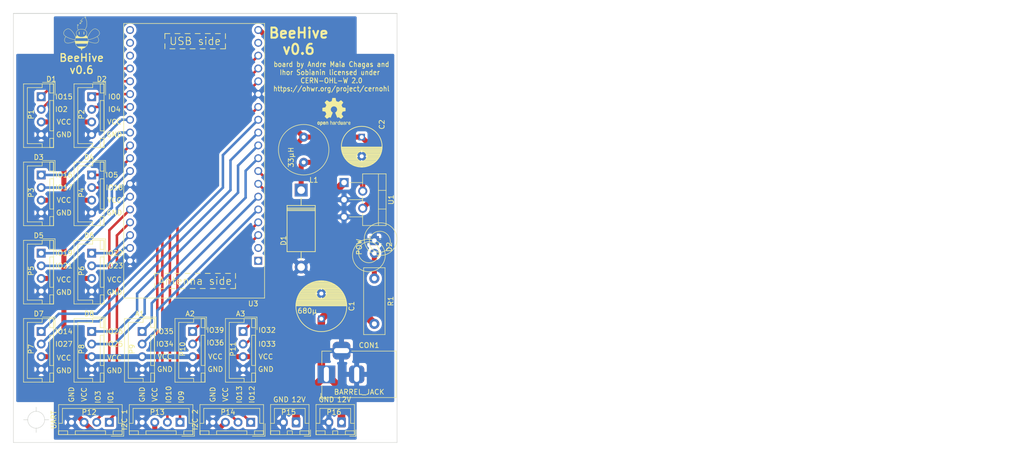
<source format=kicad_pcb>
(kicad_pcb (version 20171130) (host pcbnew "(5.1.4-0-10_14)")
  (layers (0 F.Cu signal) (31 B.Cu signal hide) (34 B.Paste user) (35 F.Paste user) (36 B.SilkS user) (37 F.SilkS user) (38 B.Mask user) (39 F.Mask user) (44 Edge.Cuts user))
  (net 0 "")
  (net 1 "GND")
  (net 2 "Net-(C1-Pad1)")
  (net 3 "Net-(D1-Pad1)")
  (net 4 "Net-(U3-Pad2)")
  (net 5 "Net-(U3-Pad1)")
  (net 6 "D1-4")
  (net 7 "D1-3")
  (net 8 "+5V")
  (net 9 "D2-4")
  (net 10 "D2-3")
  (net 11 "D3-4")
  (net 12 "D3-3")
  (net 13 "D4-4")
  (net 14 "D4-3")
  (net 15 "D5-4")
  (net 16 "D5-3")
  (net 17 "D6-4")
  (net 18 "D6-3")
  (net 19 "D7-4")
  (net 20 "D7-3")
  (net 21 "D8-4")
  (net 22 "D8-3")
  (net 23 "A1-4")
  (net 24 "A1-3")
  (net 25 "A2-4")
  (net 26 "A2-3")
  (net 27 "A3-4")
  (net 28 "A3-3")
  (net 29 "I2C_1-4")
  (net 30 "I2C_1-3")
  (net 31 "I2C_2-4")
  (net 32 "I2C_2-3")
  (net 33 "RX")
  (net 34 "TX")
  (net 35 "Net-(U3-Pad38)")
  (net 36 "Net-(U3-Pad37)")
  (net 37 "Net-(U3-Pad36)")
  (net 38 "Net-(U3-Pad18)")
  (net 39 "Net-(D2-Pad2)")
  (module "Mounting_Holes:MountingHole_3.2mm_M3_DIN965" (layer "F.Cu") (at 139.5 64.5 -90)
    (fp_text reference "" (at 0 -3.8 90) (layer "F.SilkS"))
    (fp_text value "")
    (pad "" np_thru_hole circle (at 0 0 270) (size 3.2 3.2) (drill 3.2) (layers *.Cu *.Mask))
  )
  (module "Connector_JST:JST_XH_B04B-XH-A_04x2.50mm_Straight" (layer "F.Cu") (at 140.5 76.5 -90)
    (fp_text reference "P1" (at 3.5 2 90) (layer "F.SilkS"))
    (fp_text value "D1" (at -3.5 -2 180) (layer "F.SilkS"))
    (pad "1" thru_hole rect (at 0 0 270) (size 1.75 1.75) (drill 1) (layers *.Cu *.Mask) (net 7 "D1-3"))
    (pad "2" thru_hole circle (at 2.5 0 270) (size 1.75 1.75) (drill 1) (layers *.Cu *.Mask) (net 6 "D1-4"))
    (pad "3" thru_hole circle (at 5 0 270) (size 1.75 1.75) (drill 1) (layers *.Cu *.Mask) (net 8 "+5V"))
    (pad "4" thru_hole circle (at 7.5 0 270) (size 1.75 1.75) (drill 1) (layers *.Cu *.Mask) (net 1 "GND"))
  )
  (module "Connector_JST:JST_XH_B04B-XH-A_04x2.50mm_Straight" (layer "F.Cu") (at 150.5 76.5 -90)
    (fp_text reference "P2" (at 3.5 2 90) (layer "F.SilkS"))
    (fp_text value "D2" (at -3.5 -2 180) (layer "F.SilkS"))
    (pad "1" thru_hole rect (at 0 0 270) (size 1.75 1.75) (drill 1) (layers *.Cu *.Mask) (net 10 "D2-3"))
    (pad "2" thru_hole circle (at 2.5 0 270) (size 1.75 1.75) (drill 1) (layers *.Cu *.Mask) (net 9 "D2-4"))
    (pad "3" thru_hole circle (at 5 0 270) (size 1.75 1.75) (drill 1) (layers *.Cu *.Mask) (net 8 "+5V"))
    (pad "4" thru_hole circle (at 7.5 0 270) (size 1.75 1.75) (drill 1) (layers *.Cu *.Mask) (net 1 "GND"))
  )
  (module "Connector_JST:JST_XH_B04B-XH-A_04x2.50mm_Straight" (layer "F.Cu") (at 140.5 92 -90)
    (fp_text reference "P3" (at 3.5 2 90) (layer "F.SilkS"))
    (fp_text value "D3" (at -3.5 0.5 180) (layer "F.SilkS"))
    (pad "1" thru_hole rect (at 0 0 270) (size 1.75 1.75) (drill 1) (layers *.Cu *.Mask) (net 12 "D3-3"))
    (pad "2" thru_hole circle (at 2.5 0 270) (size 1.75 1.75) (drill 1) (layers *.Cu *.Mask) (net 11 "D3-4"))
    (pad "3" thru_hole circle (at 5 0 270) (size 1.75 1.75) (drill 1) (layers *.Cu *.Mask) (net 8 "+5V"))
    (pad "4" thru_hole circle (at 7.5 0 270) (size 1.75 1.75) (drill 1) (layers *.Cu *.Mask) (net 1 "GND"))
  )
  (module "Connector_JST:JST_XH_B04B-XH-A_04x2.50mm_Straight" (layer "F.Cu") (at 150.5 92 -90)
    (fp_text reference "P4" (at 3.5 2 90) (layer "F.SilkS"))
    (fp_text value "D4" (at -3.5 0.5 180) (layer "F.SilkS"))
    (pad "1" thru_hole rect (at 0 0 270) (size 1.75 1.75) (drill 1) (layers *.Cu *.Mask) (net 14 "D4-3"))
    (pad "2" thru_hole circle (at 2.5 0 270) (size 1.75 1.75) (drill 1) (layers *.Cu *.Mask) (net 13 "D4-4"))
    (pad "3" thru_hole circle (at 5 0 270) (size 1.75 1.75) (drill 1) (layers *.Cu *.Mask) (net 8 "+5V"))
    (pad "4" thru_hole circle (at 7.5 0 270) (size 1.75 1.75) (drill 1) (layers *.Cu *.Mask) (net 1 "GND"))
  )
  (module "Connector_JST:JST_XH_B04B-XH-A_04x2.50mm_Straight" (layer "F.Cu") (at 140.5 107.5 -90)
    (fp_text reference "P5" (at 3.5 2 90) (layer "F.SilkS"))
    (fp_text value "D5" (at -3.5 0.5) (layer "F.SilkS"))
    (pad "1" thru_hole rect (at 0 0 270) (size 1.75 1.75) (drill 1) (layers *.Cu *.Mask) (net 16 "D5-3"))
    (pad "2" thru_hole circle (at 2.5 0 270) (size 1.75 1.75) (drill 1) (layers *.Cu *.Mask) (net 15 "D5-4"))
    (pad "3" thru_hole circle (at 5 0 270) (size 1.75 1.75) (drill 1) (layers *.Cu *.Mask) (net 8 "+5V"))
    (pad "4" thru_hole circle (at 7.5 0 270) (size 1.75 1.75) (drill 1) (layers *.Cu *.Mask) (net 1 "GND"))
  )
  (module "Connector_JST:JST_XH_B04B-XH-A_04x2.50mm_Straight" (layer "F.Cu") (at 150.5 107.5 -90)
    (fp_text reference "P6" (at 3.5 2 90) (layer "F.SilkS"))
    (fp_text value "D6" (at -3.5 0.5 180) (layer "F.SilkS"))
    (pad "1" thru_hole rect (at 0 0 270) (size 1.75 1.75) (drill 1) (layers *.Cu *.Mask) (net 18 "D6-3"))
    (pad "2" thru_hole circle (at 2.5 0 270) (size 1.75 1.75) (drill 1) (layers *.Cu *.Mask) (net 17 "D6-4"))
    (pad "3" thru_hole circle (at 5 0 270) (size 1.75 1.75) (drill 1) (layers *.Cu *.Mask) (net 8 "+5V"))
    (pad "4" thru_hole circle (at 7.5 0 270) (size 1.75 1.75) (drill 1) (layers *.Cu *.Mask) (net 1 "GND"))
  )
  (module "Connector_JST:JST_XH_B04B-XH-A_04x2.50mm_Straight" (layer "F.Cu") (at 140.5 123 -90)
    (fp_text reference "P7" (at 3.5 2 90) (layer "F.SilkS"))
    (fp_text value "D7" (at -3.5 0.5 180) (layer "F.SilkS"))
    (pad "1" thru_hole rect (at 0 0 270) (size 1.75 1.75) (drill 1) (layers *.Cu *.Mask) (net 20 "D7-3"))
    (pad "2" thru_hole circle (at 2.5 0 270) (size 1.75 1.75) (drill 1) (layers *.Cu *.Mask) (net 19 "D7-4"))
    (pad "3" thru_hole circle (at 5 0 270) (size 1.75 1.75) (drill 1) (layers *.Cu *.Mask) (net 8 "+5V"))
    (pad "4" thru_hole circle (at 7.5 0 270) (size 1.75 1.75) (drill 1) (layers *.Cu *.Mask) (net 1 "GND"))
  )
  (module "Connector_JST:JST_XH_B04B-XH-A_04x2.50mm_Straight" (layer "F.Cu") (at 150.5 123 -90)
    (fp_text reference "P8" (at 3.5 2 90) (layer "F.SilkS"))
    (fp_text value "D8" (at -3.5 0.5 180) (layer "F.SilkS"))
    (pad "1" thru_hole rect (at 0 0 270) (size 1.75 1.75) (drill 1) (layers *.Cu *.Mask) (net 22 "D8-3"))
    (pad "2" thru_hole circle (at 2.5 0 270) (size 1.75 1.75) (drill 1) (layers *.Cu *.Mask) (net 21 "D8-4"))
    (pad "3" thru_hole circle (at 5 0 270) (size 1.75 1.75) (drill 1) (layers *.Cu *.Mask) (net 8 "+5V"))
    (pad "4" thru_hole circle (at 7.5 0 270) (size 1.75 1.75) (drill 1) (layers *.Cu *.Mask) (net 1 "GND"))
  )
  (module "Connector_JST:JST_XH_B04B-XH-A_04x2.50mm_Straight" (layer "F.Cu") (at 160.5 123 -90)
    (fp_text reference "P9" (at 3.5 2 90) (layer "F.SilkS"))
    (fp_text value "A1" (at -3.5 0.5 180) (layer "F.SilkS"))
    (pad "1" thru_hole rect (at 0 0 270) (size 1.75 1.75) (drill 1) (layers *.Cu *.Mask) (net 24 "A1-3"))
    (pad "2" thru_hole circle (at 2.5 0 270) (size 1.75 1.75) (drill 1) (layers *.Cu *.Mask) (net 23 "A1-4"))
    (pad "3" thru_hole circle (at 5 0 270) (size 1.75 1.75) (drill 1) (layers *.Cu *.Mask) (net 8 "+5V"))
    (pad "4" thru_hole circle (at 7.5 0 270) (size 1.75 1.75) (drill 1) (layers *.Cu *.Mask) (net 1 "GND"))
  )
  (module "Connector_JST:JST_XH_B04B-XH-A_04x2.50mm_Straight" (layer "F.Cu") (at 170.5 123 -90)
    (fp_text reference "P10" (at 3.5 2 90) (layer "F.SilkS"))
    (fp_text value "A2" (at -3.5 0.5 180) (layer "F.SilkS"))
    (pad "1" thru_hole rect (at 0 0 270) (size 1.75 1.75) (drill 1) (layers *.Cu *.Mask) (net 26 "A2-3"))
    (pad "2" thru_hole circle (at 2.5 0 270) (size 1.75 1.75) (drill 1) (layers *.Cu *.Mask) (net 25 "A2-4"))
    (pad "3" thru_hole circle (at 5 0 270) (size 1.75 1.75) (drill 1) (layers *.Cu *.Mask) (net 8 "+5V"))
    (pad "4" thru_hole circle (at 7.5 0 270) (size 1.75 1.75) (drill 1) (layers *.Cu *.Mask) (net 1 "GND"))
  )
  (module "Connector_JST:JST_XH_B04B-XH-A_04x2.50mm_Straight" (layer "F.Cu") (at 180.5 123 -90)
    (fp_text reference "P11" (at 3.5 2 90) (layer "F.SilkS"))
    (fp_text value "A3" (at -3.5 0.5 180) (layer "F.SilkS"))
    (pad "1" thru_hole rect (at 0 0 270) (size 1.75 1.75) (drill 1) (layers *.Cu *.Mask) (net 28 "A3-3"))
    (pad "2" thru_hole circle (at 2.5 0 270) (size 1.75 1.75) (drill 1) (layers *.Cu *.Mask) (net 27 "A3-4"))
    (pad "3" thru_hole circle (at 5 0 270) (size 1.75 1.75) (drill 1) (layers *.Cu *.Mask) (net 8 "+5V"))
    (pad "4" thru_hole circle (at 7.5 0 270) (size 1.75 1.75) (drill 1) (layers *.Cu *.Mask) (net 1 "GND"))
  )
  (module "Connector_JST:JST_XH_B04B-XH-A_04x2.50mm_Straight" (layer "F.Cu") (at 168 141 180)
    (fp_text reference "P13" (at 4.5 2 180) (layer "F.SilkS"))
    (fp_text value "I2C 1" (at 11 0.5 90) (layer "F.SilkS"))
    (pad "1" thru_hole rect (at 0 0 180) (size 1.75 1.75) (drill 1) (layers *.Cu *.Mask) (net 30 "I2C_1-3"))
    (pad "2" thru_hole circle (at 2.5 0 180) (size 1.75 1.75) (drill 1) (layers *.Cu *.Mask) (net 29 "I2C_1-4"))
    (pad "3" thru_hole circle (at 5 0 180) (size 1.75 1.75) (drill 1) (layers *.Cu *.Mask) (net 8 "+5V"))
    (pad "4" thru_hole circle (at 7.5 0 180) (size 1.75 1.75) (drill 1) (layers *.Cu *.Mask) (net 1 "GND"))
  )
  (module "Connector_JST:JST_XH_B04B-XH-A_04x2.50mm_Straight" (layer "F.Cu") (at 182 141 180)
    (fp_text reference "P14" (at 4.5 2 180) (layer "F.SilkS"))
    (fp_text value "I2C 2" (at 11 0.5 90) (layer "F.SilkS"))
    (pad "1" thru_hole rect (at 0 0 180) (size 1.75 1.75) (drill 1) (layers *.Cu *.Mask) (net 32 "I2C_2-3"))
    (pad "2" thru_hole circle (at 2.5 0 180) (size 1.75 1.75) (drill 1) (layers *.Cu *.Mask) (net 31 "I2C_2-4"))
    (pad "3" thru_hole circle (at 5 0 180) (size 1.75 1.75) (drill 1) (layers *.Cu *.Mask) (net 8 "+5V"))
    (pad "4" thru_hole circle (at 7.5 0 180) (size 1.75 1.75) (drill 1) (layers *.Cu *.Mask) (net 1 "GND"))
  )
  (module "Connector_JST:JST_XH_B04B-XH-A_04x2.50mm_Straight" (layer "F.Cu") (at 154 141 180)
    (fp_text reference "P12" (at 4 2 180) (layer "F.SilkS"))
    (fp_text value "UART" (at 11 0.5 90) (layer "F.SilkS"))
    (pad "1" thru_hole rect (at 0 0 180) (size 1.75 1.75) (drill 1) (layers *.Cu *.Mask) (net 34 "TX"))
    (pad "2" thru_hole circle (at 2.5 0 180) (size 1.75 1.75) (drill 1) (layers *.Cu *.Mask) (net 33 "RX"))
    (pad "3" thru_hole circle (at 5 0 180) (size 1.75 1.75) (drill 1) (layers *.Cu *.Mask) (net 8 "+5V"))
    (pad "4" thru_hole circle (at 7.5 0 180) (size 1.75 1.75) (drill 1) (layers *.Cu *.Mask) (net 1 "GND"))
  )
  (module "Connector_BarrelJack:BarrelJack_Horizontal" (layer "F.Cu") (at 197 131.5 180)
    (fp_text reference "CON1" (at -8.45 5.75) (layer "F.SilkS"))
    (fp_text value "BARREL_JACK" (at -6.5 -3.5) (layer "F.SilkS"))
    (pad "1" thru_hole rect (at 0 0 180) (size 3.5 3.5) (drill oval 1 3) (layers *.Cu *.Mask) (net 2 "Net-(C1-Pad1)"))
    (pad "2" thru_hole roundrect (at -6 0 180) (size 3 3.5) (drill oval 1 3) (layers *.Cu *.Mask) (net 1 "GND"))
    (pad "3" thru_hole roundrect (at -3 4.7 180) (size 3.5 3.5) (drill oval 3 1) (layers *.Cu *.Mask) (net 1 "GND"))
  )
  (module "Inductor_THT:Neosid_Inductor_MA-Bs75" (layer "F.Cu") (at 192.5 89.5 90)
    (fp_text reference "L1" (at -3.5 2 180) (layer "F.SilkS"))
    (fp_text value "33µH" (at 1 -2.5 90) (layer "F.SilkS"))
    (pad "1" thru_hole circle (at 0 0 270) (size 1.8 1.8) (drill 0.8001) (layers *.Cu *.Mask) (net 3 "Net-(D1-Pad1)"))
    (pad "2" thru_hole circle (at 5 0 270) (size 1.8 1.8) (drill 0.8001) (layers *.Cu *.Mask) (net 8 "+5V"))
  )
  (module "Capacitor_THT:C_Radial_D10_L21_P5" (layer "F.Cu") (at 196 120.5 90)
    (fp_text reference "C1" (at 2.5 6 270) (layer "F.SilkS"))
    (fp_text value "680µ" (at 1.57 -2.754) (layer "F.SilkS"))
    (pad "1" thru_hole rect (at 0 0 90) (size 1.3 1.3) (drill 0.8) (layers *.Cu *.Mask) (net 2 "Net-(C1-Pad1)"))
    (pad "2" thru_hole circle (at 5 0 90) (size 1.3 1.3) (drill 0.8) (layers *.Cu *.Mask) (net 1 "GND"))
  )
  (module "Capacitor_THT:C_Radial_D8_L13_P3.8" (layer "F.Cu") (at 204 84.5 -90)
    (fp_text reference "C2" (at -2.5 -4 -90) (layer "F.SilkS"))
    (fp_text value "220µ" hide)
    (pad "1" thru_hole rect (at 0 0 270) (size 1.3 1.3) (drill 0.8) (layers *.Cu *.Mask) (net 8 "+5V"))
    (pad "2" thru_hole circle (at 3.8 0 270) (size 1.3 1.3) (drill 0.8) (layers *.Cu *.Mask) (net 1 "GND"))
  )
  (module "Diode_THT:Diode_DO-201AD_Horizontal_RM15" (layer "F.Cu") (at 192 95 -90)
    (fp_text reference "D1" (at 10 3.5 90) (layer "F.SilkS"))
    (fp_text value "Schottky 5A" hide)
    (pad "1" thru_hole rect (at 0.00122 -0.00296 90) (size 2.54 2.54) (drill 1.50114) (layers *.Cu *.Mask) (net 3 "Net-(D1-Pad1)"))
    (pad "2" thru_hole circle (at 15.24122 -0.00296 90) (size 2.54 2.54) (drill 1.50114) (layers *.Cu *.Mask) (net 1 "GND"))
  )
  (module "Symbol:OSHW-Logo2_7.3x6mm_SilkScreen" (layer "F.Cu") (at 198.5 79.5)
    (fp_text reference " " hide)
    (fp_text value " " hide)
  )
  (module "Connector_JST:JST_XH_B2B-XH-A_1x02_P2.50mm_Vertical" (layer "F.Cu") (at 200 141 180)
    (fp_text reference "P15" (at 10.5 2) (layer "F.SilkS"))
    (fp_text value "Conn_01x02")
    (pad "1" thru_hole roundrect (at 0 0 180) (size 1.7 2) (drill 1) (layers *.Cu *.Mask) (roundrect_rratio 0.1470588235) (net 2 "Net-(C1-Pad1)"))
    (pad "2" thru_hole oval (at 2.5 0 180) (size 1.7 2) (drill 1) (layers *.Cu *.Mask) (net 1 "GND"))
  )
  (module "Connector_JST:JST_XH_B2B-XH-A_1x02_P2.50mm_Vertical" (layer "F.Cu") (at 191 141 180)
    (fp_text reference "P16" (at -7.5 2) (layer "F.SilkS"))
    (fp_text value "Conn_01x02")
    (pad "1" thru_hole roundrect (at 0 0 180) (size 1.7 2) (drill 1) (layers *.Cu *.Mask) (roundrect_rratio 0.1470588235) (net 2 "Net-(C1-Pad1)"))
    (pad "2" thru_hole oval (at 2.5 0 180) (size 1.7 2) (drill 1) (layers *.Cu *.Mask) (net 1 "GND"))
  )
  (module "logo-beehive:logo-beehive-7_2х6_7mm" (layer "F.Cu") (at 148.5 64)
    (fp_text reference "G***" hide)
    (fp_text value "LOGO" hide)
  )
  (module "Package_TO_SOT_THT:TO-220-5_P3.4x3.7mm_StaggerOdd_Lead3.8mm_Vertical" (layer "F.Cu") (at 200.5 93.5 -90)
    (fp_text reference "U1" (at 3.4 -9.32 90) (layer "F.SilkS"))
    (fp_text value "LM2596T-5")
    (pad "1" thru_hole rect (at 0 0 270) (size 1.8 1.8) (drill 1.1) (layers *.Cu *.Mask) (net 2 "Net-(C1-Pad1)"))
    (pad "2" thru_hole oval (at 1.7 -3.7 270) (size 1.8 1.8) (drill 1.1) (layers *.Cu *.Mask) (net 3 "Net-(D1-Pad1)"))
    (pad "3" thru_hole oval (at 3.4 0 270) (size 1.8 1.8) (drill 1.1) (layers *.Cu *.Mask) (net 1 "GND"))
    (pad "4" thru_hole oval (at 5.1 -3.7 270) (size 1.8 1.8) (drill 1.1) (layers *.Cu *.Mask) (net 8 "+5V"))
    (pad "5" thru_hole oval (at 6.8 0 270) (size 1.8 1.8) (drill 1.1) (layers *.Cu *.Mask) (net 1 "GND"))
  )
  (module "footprints:MODULE_ESP32-DEVKITC-32D" (layer "F.Cu") (at 183.5 109 180)
    (fp_text reference "U3" (at 1 -8.5) (layer "F.SilkS"))
    (fp_text value "ESP32-DEVKITC-32D")
    (pad "1" thru_hole rect (at 0 0 180) (size 1.56 1.56) (drill 1.04) (layers *.Cu *.Mask) (net 5 "Net-(U3-Pad1)"))
    (pad "2" thru_hole circle (at 0 2.54 180) (size 1.56 1.56) (drill 1.04) (layers *.Cu *.Mask) (net 4 "Net-(U3-Pad2)"))
    (pad "3" thru_hole circle (at 0 5.08 180) (size 1.56 1.56) (drill 1.04) (layers *.Cu *.Mask) (net 25 "A2-4"))
    (pad "4" thru_hole circle (at 0 7.62 180) (size 1.56 1.56) (drill 1.04) (layers *.Cu *.Mask) (net 26 "A2-3"))
    (pad "5" thru_hole circle (at 0 10.16 180) (size 1.56 1.56) (drill 1.04) (layers *.Cu *.Mask) (net 23 "A1-4"))
    (pad "6" thru_hole circle (at 0 12.7 180) (size 1.56 1.56) (drill 1.04) (layers *.Cu *.Mask) (net 24 "A1-3"))
    (pad "7" thru_hole circle (at 0 15.24 180) (size 1.56 1.56) (drill 1.04) (layers *.Cu *.Mask) (net 28 "A3-3"))
    (pad "8" thru_hole circle (at 0 17.78 180) (size 1.56 1.56) (drill 1.04) (layers *.Cu *.Mask) (net 27 "A3-4"))
    (pad "9" thru_hole circle (at 0 20.32 180) (size 1.56 1.56) (drill 1.04) (layers *.Cu *.Mask) (net 21 "D8-4"))
    (pad "10" thru_hole circle (at 0 22.86 180) (size 1.56 1.56) (drill 1.04) (layers *.Cu *.Mask) (net 22 "D8-3"))
    (pad "11" thru_hole circle (at 0 25.4 180) (size 1.56 1.56) (drill 1.04) (layers *.Cu *.Mask) (net 19 "D7-4"))
    (pad "12" thru_hole circle (at 0 27.94 180) (size 1.56 1.56) (drill 1.04) (layers *.Cu *.Mask) (net 20 "D7-3"))
    (pad "13" thru_hole circle (at 0 30.48 180) (size 1.56 1.56) (drill 1.04) (layers *.Cu *.Mask) (net 32 "I2C_2-3"))
    (pad "14" thru_hole circle (at 0 33.02 180) (size 1.56 1.56) (drill 1.04) (layers *.Cu *.Mask) (net 1 "GND"))
    (pad "15" thru_hole circle (at 0 35.56 180) (size 1.56 1.56) (drill 1.04) (layers *.Cu *.Mask) (net 31 "I2C_2-4"))
    (pad "16" thru_hole circle (at 0 38.1 180) (size 1.56 1.56) (drill 1.04) (layers *.Cu *.Mask) (net 30 "I2C_1-3"))
    (pad "17" thru_hole circle (at 0 40.64 180) (size 1.56 1.56) (drill 1.04) (layers *.Cu *.Mask) (net 29 "I2C_1-4"))
    (pad "18" thru_hole circle (at 0 43.18 180) (size 1.56 1.56) (drill 1.04) (layers *.Cu *.Mask) (net 38 "Net-(U3-Pad18)"))
    (pad "19" thru_hole circle (at 0 45.72 180) (size 1.56 1.56) (drill 1.04) (layers *.Cu *.Mask) (net 8 "+5V"))
    (pad "20" thru_hole circle (at 25.4 0 180) (size 1.56 1.56) (drill 1.04) (layers *.Cu *.Mask) (net 1 "GND"))
    (pad "21" thru_hole circle (at 25.4 2.54 180) (size 1.56 1.56) (drill 1.04) (layers *.Cu *.Mask) (net 17 "D6-4"))
    (pad "22" thru_hole circle (at 25.4 5.08 180) (size 1.56 1.56) (drill 1.04) (layers *.Cu *.Mask) (net 18 "D6-3"))
    (pad "23" thru_hole circle (at 25.4 7.62 180) (size 1.56 1.56) (drill 1.04) (layers *.Cu *.Mask) (net 34 "TX"))
    (pad "24" thru_hole circle (at 25.4 10.16 180) (size 1.56 1.56) (drill 1.04) (layers *.Cu *.Mask) (net 33 "RX"))
    (pad "25" thru_hole circle (at 25.4 12.7 180) (size 1.56 1.56) (drill 1.04) (layers *.Cu *.Mask) (net 15 "D5-4"))
    (pad "26" thru_hole circle (at 25.4 15.24 180) (size 1.56 1.56) (drill 1.04) (layers *.Cu *.Mask) (net 1 "GND"))
    (pad "27" thru_hole circle (at 25.4 17.78 180) (size 1.56 1.56) (drill 1.04) (layers *.Cu *.Mask) (net 16 "D5-3"))
    (pad "28" thru_hole circle (at 25.4 20.32 180) (size 1.56 1.56) (drill 1.04) (layers *.Cu *.Mask) (net 13 "D4-4"))
    (pad "29" thru_hole circle (at 25.4 22.86 180) (size 1.56 1.56) (drill 1.04) (layers *.Cu *.Mask) (net 14 "D4-3"))
    (pad "30" thru_hole circle (at 25.4 25.4 180) (size 1.56 1.56) (drill 1.04) (layers *.Cu *.Mask) (net 11 "D3-4"))
    (pad "31" thru_hole circle (at 25.4 27.94 180) (size 1.56 1.56) (drill 1.04) (layers *.Cu *.Mask) (net 12 "D3-3"))
    (pad "32" thru_hole circle (at 25.4 30.48 180) (size 1.56 1.56) (drill 1.04) (layers *.Cu *.Mask) (net 9 "D2-4"))
    (pad "33" thru_hole circle (at 25.4 33.02 180) (size 1.56 1.56) (drill 1.04) (layers *.Cu *.Mask) (net 10 "D2-3"))
    (pad "34" thru_hole circle (at 25.4 35.56 180) (size 1.56 1.56) (drill 1.04) (layers *.Cu *.Mask) (net 6 "D1-4"))
    (pad "35" thru_hole circle (at 25.4 38.1 180) (size 1.56 1.56) (drill 1.04) (layers *.Cu *.Mask) (net 7 "D1-3"))
    (pad "36" thru_hole circle (at 25.4 40.64 180) (size 1.56 1.56) (drill 1.04) (layers *.Cu *.Mask) (net 37 "Net-(U3-Pad36)"))
    (pad "37" thru_hole circle (at 25.4 43.18 180) (size 1.56 1.56) (drill 1.04) (layers *.Cu *.Mask) (net 36 "Net-(U3-Pad37)"))
    (pad "38" thru_hole circle (at 25.4 45.72 180) (size 1.56 1.56) (drill 1.04) (layers *.Cu *.Mask) (net 35 "Net-(U3-Pad38)"))
  )
  (module "LED_THT:LED_D3.0mm" (layer "F.Cu") (at 206.5 105 -90)
    (fp_text reference "D2" (at 1.27 -2.96 90) (layer "F.SilkS"))
    (fp_text value "LED")
    (pad "1" thru_hole rect (at 0 0 270) (size 1.8 1.8) (drill 0.9) (layers *.Cu *.Mask) (net 1 "GND"))
    (pad "2" thru_hole circle (at 2.54 0 270) (size 1.8 1.8) (drill 0.9) (layers *.Cu *.Mask) (net 39 "Net-(D2-Pad2)"))
  )
  (module "Resistor_THT:R_Box_L13.0mm_W4.0mm_P9.00mm" (layer "F.Cu") (at 206.5 112.5 -90)
    (fp_text reference "R1" (at 4.5 -3.25 90) (layer "F.SilkS"))
    (fp_text value "560")
    (pad "1" thru_hole circle (at 0 0 270) (size 2 2) (drill 1) (layers *.Cu *.Mask) (net 39 "Net-(D2-Pad2)"))
    (pad "2" thru_hole circle (at 9 0 270) (size 2 2) (drill 1) (layers *.Cu *.Mask) (net 2 "Net-(C1-Pad1)"))
  )
  (module "Mounting_Holes:MountingHole_3.2mm_M3_DIN965" (layer "F.Cu") (at 139.5 140.5)
    (fp_text reference "" (at 0 -3.8) (layer "F.SilkS"))
    (fp_text value "")
    (pad "" np_thru_hole circle (at 0 0) (size 3.2 3.2) (drill 3.2) (layers *.Cu *.Mask))
  )
  (module "Mounting_Holes:MountingHole_3.2mm_M3_DIN965" (layer "F.Cu") (at 206.5 140.5 180)
    (fp_text reference "" (at 0 -3.8) (layer "F.SilkS"))
    (fp_text value "")
    (pad "" np_thru_hole circle (at 0 0 180) (size 3.2 3.2) (drill 3.2) (layers *.Cu *.Mask))
  )
  (module "Mounting_Holes:MountingHole_3.2mm_M3_DIN965" (layer "F.Cu") (at 206.5 64.5 180)
    (fp_text reference "" (at 0 -3.8) (layer "F.SilkS"))
    (fp_text value "")
    (pad "" np_thru_hole circle (at 0 0 180) (size 3.2 3.2) (drill 3.2) (layers *.Cu *.Mask))
  )
  (module "" (layer "F.Cu") (at 145.5 79)
    (fp_text reference "" (at 189.5 65.5) (layer "F.SilkS") (effects (font (size 1.27 1.27))))
    (fp_text value "" (at 189.5 65.5) (layer "F.SilkS") (effects (font (size 1.27 1.27))))
  )
  (gr_line (start 166 111.5) (end 165 111.5) (layer "F.SilkS") (width 0.15))
  (gr_line (start 164 111.5) (end 163 111.5) (layer "F.SilkS") (width 0.15))
  (gr_line (start 168 111.5) (end 167 111.5) (layer "F.SilkS") (width 0.15))
  (gr_line (start 163 111.5) (end 163 112.5) (layer "F.SilkS") (width 0.15))
  (gr_line (start 163 113.5) (end 163 114.5) (layer "F.SilkS") (width 0.15))
  (gr_line (start 167 114.5) (end 166 114.5) (layer "F.SilkS") (width 0.15))
  (gr_line (start 165 114.5) (end 164 114.5) (layer "F.SilkS") (width 0.15))
  (gr_line (start 179 114.5) (end 178 114.5) (layer "F.SilkS") (width 0.15))
  (gr_line (start 177 114.5) (end 176 114.5) (layer "F.SilkS") (width 0.15))
  (gr_line (start 175 114.5) (end 174 114.5) (layer "F.SilkS") (width 0.15))
  (gr_line (start 173 114.5) (end 172 114.5) (layer "F.SilkS") (width 0.15))
  (gr_line (start 171 114.5) (end 170 114.5) (layer "F.SilkS") (width 0.15))
  (gr_line (start 169 114.5) (end 168 114.5) (layer "F.SilkS") (width 0.15))
  (gr_line (start 166 64) (end 165 64) (layer "F.SilkS") (width 0.15))
  (gr_line (start 165 64) (end 165 65) (layer "F.SilkS") (width 0.15))
  (gr_line (start 165 66) (end 165 67) (layer "F.SilkS") (width 0.15))
  (gr_line (start 167 67) (end 166 67) (layer "F.SilkS") (width 0.15))
  (gr_line (start 177 67) (end 176 67) (layer "F.SilkS") (width 0.15))
  (gr_line (start 175 67) (end 174 67) (layer "F.SilkS") (width 0.15))
  (gr_line (start 173 67) (end 172 67) (layer "F.SilkS") (width 0.15))
  (gr_line (start 171 67) (end 170 67) (layer "F.SilkS") (width 0.15))
  (gr_line (start 169 67) (end 168 67) (layer "F.SilkS") (width 0.15))
  (gr_line (start 177 64) (end 177 65) (layer "F.SilkS") (width 0.15))
  (gr_line (start 177 66) (end 177 67) (layer "F.SilkS") (width 0.15))
  (gr_line (start 176 64) (end 175 64) (layer "F.SilkS") (width 0.15))
  (gr_line (start 174 64) (end 173 64) (layer "F.SilkS") (width 0.15))
  (gr_line (start 172 64) (end 171 64) (layer "F.SilkS") (width 0.15))
  (gr_line (start 170 64) (end 169 64) (layer "F.SilkS") (width 0.15))
  (gr_line (start 168 64) (end 167 64) (layer "F.SilkS") (width 0.15))
  (gr_line (start 172 111.5) (end 171 111.5) (layer "F.SilkS") (width 0.15))
  (gr_line (start 179 111.5) (end 179 112.5) (layer "F.SilkS") (width 0.15))
  (gr_line (start 170 111.5) (end 169 111.5) (layer "F.SilkS") (width 0.15))
  (gr_line (start 178 111.5) (end 177 111.5) (layer "F.SilkS") (width 0.15))
  (gr_line (start 174 111.5) (end 173 111.5) (layer "F.SilkS") (width 0.15))
  (gr_line (start 179 113.5) (end 179 114.5) (layer "F.SilkS") (width 0.15))
  (gr_line (start 176 111.5) (end 175 111.5) (layer "F.SilkS") (width 0.15))
  (gr_line (start 211 145) (end 211 60) (layer "Edge.Cuts") (width 0.1))
  (gr_line (start 135 60) (end 135 145) (layer "Edge.Cuts") (width 0.1))
  (gr_line (start 211 145) (end 135 145) (layer "Edge.Cuts") (width 0.1))
  (gr_line (start 135 60) (end 211 60) (layer "Edge.Cuts") (width 0.15))
  (gr_text "VCC" (at 145 81.5) (layer "F.SilkS") (effects (font (size 1 1))))
  (gr_text "IO15" (at 145 76.5) (layer "F.SilkS") (effects (font (size 1 1))))
  (gr_text "IO2" (at 144.5 79) (layer "F.SilkS") (effects (font (size 1 1))))
  (gr_text "VCC" (at 155 81.5) (layer "F.SilkS") (effects (font (size 1 1))))
  (gr_text "GND" (at 155 84) (layer "F.SilkS") (effects (font (size 1 1))))
  (gr_text "IO4" (at 155 79) (layer "F.SilkS") (effects (font (size 1 1))))
  (gr_text "IO0" (at 155 76.5) (layer "F.SilkS") (effects (font (size 1 1))))
  (gr_text "IO23" (at 155 110) (layer "F.SilkS") (effects (font (size 1 1))))
  (gr_text "IO22" (at 155 107.5) (layer "F.SilkS") (effects (font (size 1 1))))
  (gr_text "IO21" (at 145 110) (layer "F.SilkS") (effects (font (size 1 1))))
  (gr_text "IO19" (at 145 107.5) (layer "F.SilkS") (effects (font (size 1 1))))
  (gr_text "IO25" (at 155 125.5) (layer "F.SilkS") (effects (font (size 1 1))))
  (gr_text "IO26" (at 155 123) (layer "F.SilkS") (effects (font (size 1 1))))
  (gr_text "IO27" (at 145 125.5) (layer "F.SilkS") (effects (font (size 1 1))))
  (gr_text "IO14" (at 145 123) (layer "F.SilkS") (effects (font (size 1 1))))
  (gr_text "IO34" (at 165 125.5) (layer "F.SilkS") (effects (font (size 1 1))))
  (gr_text "IO35" (at 165 123) (layer "F.SilkS") (effects (font (size 1 1))))
  (gr_text "GND" (at 165 130.5) (layer "F.SilkS") (effects (font (size 1 1))))
  (gr_text "VCC" (at 165 128) (layer "F.SilkS") (effects (font (size 1 1))))
  (gr_text "IO33" (at 185.25 125.5) (layer "F.SilkS") (effects (font (size 1 1))))
  (gr_text "IO32" (at 185.25 122.75) (layer "F.SilkS") (effects (font (size 1 1))))
  (gr_text "VCC" (at 185 128) (layer "F.SilkS") (effects (font (size 1 1))))
  (gr_text "GND" (at 160.5 135.5 90) (layer "F.SilkS") (effects (font (size 1 1))))
  (gr_text "VCC" (at 163 135.5 90) (layer "F.SilkS") (effects (font (size 1 1))))
  (gr_text "IO10" (at 165.75 135.5 90) (layer "F.SilkS") (effects (font (size 1 1))))
  (gr_text "IO9" (at 168.25 136 90) (layer "F.SilkS") (effects (font (size 1 1))))
  (gr_text "GND" (at 188 136.5) (layer "F.SilkS") (effects (font (size 1 1))))
  (gr_text "IO3" (at 151.75 136 90) (layer "F.SilkS") (effects (font (size 1 1))))
  (gr_text "12V" (at 191.5 136.5) (layer "F.SilkS") (effects (font (size 1 1))))
  (gr_text "IO1" (at 154.25 136 90) (layer "F.SilkS") (effects (font (size 1 1))))
  (gr_text "VCC" (at 145 128.25) (layer "F.SilkS") (effects (font (size 1 1))))
  (gr_text "GND" (at 155 130.75) (layer "F.SilkS") (effects (font (size 1 1))))
  (gr_text "VCC" (at 155 128.25) (layer "F.SilkS") (effects (font (size 1 1))))
  (gr_text "GND" (at 145 130.75) (layer "F.SilkS") (effects (font (size 1 1))))
  (gr_text "VCC" (at 149 135.5 90) (layer "F.SilkS") (effects (font (size 1 1))))
  (gr_text "GND" (at 146.5 135.5 90) (layer "F.SilkS") (effects (font (size 1 1))))
  (gr_text "USB side" (at 171 65.5) (layer "F.SilkS") (effects (font (size 1.5 1.5))))
  (gr_text "GND" (at 197 136.5) (layer "F.SilkS") (effects (font (size 1 1))))
  (gr_text "12V" (at 200.5 136.5) (layer "F.SilkS") (effects (font (size 1 1))))
  (gr_text "BeeHive\nv0.6" (at 148.5 70) (layer "F.SilkS") (effects (font (size 1.5 1.5) (thickness 0.25))))
  (gr_text "board by Andre Maia Chagas and\nIhor Sobianin licensed under \nCERN-OHL-W 2.0\nhttps://ohwr.org/project/cernohl" (at 198 72.5) (layer "F.SilkS") (effects (font (size 1 0.9))))
  (gr_text "GND" (at 185 130.5) (layer "F.SilkS") (effects (font (size 1 1))))
  (gr_text "POW" (at 203.5 106.25 90) (layer "F.SilkS") (effects (font (size 1 1))))
  (gr_text "GND" (at 174.5 135.5 90) (layer "F.SilkS") (effects (font (size 1 1))))
  (gr_text "IO12" (at 182.25 135.5 90) (layer "F.SilkS") (effects (font (size 1 1))))
  (gr_text "BeeHive\nv0.6" (at 191.5 65.5) (layer "F.SilkS") (effects (font (size 2 2) (thickness 0.4))))
  (gr_text "IO18" (at 155 94.5) (layer "F.SilkS") (effects (font (size 1 1))))
  (gr_text "GND" (at 145 115.25) (layer "F.SilkS") (effects (font (size 1 1))))
  (gr_text "VCC" (at 177 135.5 90) (layer "F.SilkS") (effects (font (size 1 1))))
  (gr_text "GND" (at 145 84) (layer "F.SilkS") (effects (font (size 1 1))))
  (gr_text "Antenna side" (at 171 113) (layer "F.SilkS") (effects (font (size 1.5 1.5))))
  (gr_text "VCC" (at 145 97) (layer "F.SilkS") (effects (font (size 1 1))))
  (gr_text "GND" (at 175 130.5) (layer "F.SilkS") (effects (font (size 1 1))))
  (gr_text "GND" (at 155 99.5) (layer "F.SilkS") (effects (font (size 1 1))))
  (gr_text "GND" (at 145 99.5) (layer "F.SilkS") (effects (font (size 1 1))))
  (gr_text "VCC" (at 145 112.75) (layer "F.SilkS") (effects (font (size 1 1))))
  (gr_text "IO17" (at 145 94.5) (layer "F.SilkS") (effects (font (size 1 1))))
  (gr_text "IO16" (at 145 92) (layer "F.SilkS") (effects (font (size 1 1))))
  (gr_text "IO36" (at 175 125.25) (layer "F.SilkS") (effects (font (size 1 1))))
  (gr_text "GND" (at 155 115.25) (layer "F.SilkS") (effects (font (size 1 1))))
  (gr_text "VCC" (at 155 112.75) (layer "F.SilkS") (effects (font (size 1 1))))
  (gr_text "IO5" (at 154.5 92) (layer "F.SilkS") (effects (font (size 1 1))))
  (gr_text "VCC" (at 155 97) (layer "F.SilkS") (effects (font (size 1 1))))
  (gr_text "IO39" (at 175 122.75) (layer "F.SilkS") (effects (font (size 1 1))))
  (gr_text "VCC" (at 175 128) (layer "F.SilkS") (effects (font (size 1 1))))
  (gr_text "IO13" (at 179.75 135.5 90) (layer "F.SilkS") (effects (font (size 1 1))))
  (target plus (at 139.5 140.5) (size 5) (width 0.1) (layer "Edge.Cuts"))
  (segment (start 198 96) (end 200.5 93.5) (width 1.5) (layer "F.Cu") (net 2))
  (segment (start 198 117.25) (end 199.25 118.5) (width 1.5) (layer "F.Cu") (net 2))
  (segment (start 203.5 118.5) (end 206.5 121.5) (width 1.5) (layer "F.Cu") (net 2))
  (segment (start 199.25 118.5) (end 203.5 118.5) (width 1.5) (layer "F.Cu") (net 2))
  (segment (start 196 130.5) (end 196 120.5) (width 1.5) (layer "F.Cu") (net 2))
  (segment (start 198 118.5) (end 198 117) (width 1.5) (layer "F.Cu") (net 2))
  (segment (start 198 117) (end 198 96) (width 1.5) (layer "F.Cu") (net 2))
  (segment (start 196 120.5) (end 198 118.5) (width 1.5) (layer "F.Cu") (net 2))
  (segment (start 197 131.5) (end 200 134.5) (width 1.5) (layer "F.Cu") (net 2))
  (segment (start 200 134.5) (end 200 141) (width 1.5) (layer "F.Cu") (net 2))
  (segment (start 197 131.5) (end 191 137.5) (width 1.5) (layer "F.Cu") (net 2))
  (segment (start 197 131.5) (end 196 130.5) (width 1.5) (layer "F.Cu") (net 2))
  (segment (start 198 118.5) (end 199.25 118.5) (width 1.5) (layer "F.Cu") (net 2))
  (segment (start 198 117) (end 198 117.25) (width 1.5) (layer "F.Cu") (net 2))
  (segment (start 191 137.5) (end 191 141) (width 1.5) (layer "F.Cu") (net 2))
  (segment (start 204.2 93.927208) (end 199.772792 89.5) (width 1) (layer "F.Cu") (net 3))
  (segment (start 192.00296 95.00122) (end 192 94.99826) (width 1) (layer "F.Cu") (net 3))
  (segment (start 204.2 95.2) (end 204.2 93.927208) (width 1) (layer "F.Cu") (net 3))
  (segment (start 192 94.99826) (end 192 90) (width 1) (layer "F.Cu") (net 3))
  (segment (start 192 90) (end 192.5 89.5) (width 1) (layer "F.Cu") (net 3))
  (segment (start 195.75 89.5) (end 192.5 89.5) (width 1) (layer "F.Cu") (net 3))
  (segment (start 199.772792 89.5) (end 195.75 89.5) (width 1) (layer "F.Cu") (net 3))
  (segment (start 146.06 73.44) (end 140.5 79) (width 0.5) (layer "F.Cu") (net 6))
  (segment (start 150.56 73.44) (end 146.06 73.44) (width 0.5) (layer "F.Cu") (net 6))
  (segment (start 150.56 73.44) (end 158.1 73.44) (width 0.5) (layer "F.Cu") (net 6))
  (segment (start 158.1 70.9) (end 146.1 70.9) (width 0.5) (layer "F.Cu") (net 7))
  (segment (start 146.1 70.9) (end 140.5 76.5) (width 0.5) (layer "F.Cu") (net 7))
  (segment (start 146 128) (end 145 129) (width 1) (layer "F.Cu") (net 8))
  (segment (start 145 82.5) (end 144 81.5) (width 1) (layer "F.Cu") (net 8))
  (segment (start 146 81.5) (end 145 82.5) (width 1) (layer "F.Cu") (net 8))
  (segment (start 146 97) (end 145 96) (width 1) (layer "F.Cu") (net 8))
  (segment (start 144 97) (end 145 96) (width 1) (layer "F.Cu") (net 8))
  (segment (start 144.5 81.5) (end 145 81.5) (width 1) (layer "F.Cu") (net 8))
  (segment (start 163 143) (end 163.5 143) (width 1) (layer "F.Cu") (net 8))
  (segment (start 140.5 81.5) (end 144.5 81.5) (width 1) (layer "F.Cu") (net 8))
  (segment (start 162 143.5) (end 163 142.5) (width 1) (layer "F.Cu") (net 8))
  (segment (start 146 128) (end 145 127) (width 1) (layer "F.Cu") (net 8))
  (segment (start 148 128) (end 150.5 128) (width 1) (layer "F.Cu") (net 8))
  (segment (start 144 128) (end 145 127) (width 1) (layer "F.Cu") (net 8))
  (segment (start 145.5 112.5) (end 150.5 112.5) (width 1) (layer "F.Cu") (net 8))
  (segment (start 146 112.5) (end 145 111.5) (width 1) (layer "F.Cu") (net 8))
  (segment (start 192.5 84.5) (end 190.75 82.75) (width 1) (layer "F.Cu") (net 8))
  (segment (start 163 142.5) (end 163 143) (width 1) (layer "F.Cu") (net 8))
  (segment (start 190.75 70.25) (end 183.78 63.28) (width 1) (layer "F.Cu") (net 8))
  (segment (start 145 128) (end 144.5 128) (width 1) (layer "F.Cu") (net 8))
  (segment (start 204 84.5) (end 192.5 84.5) (width 1) (layer "F.Cu") (net 8))
  (segment (start 145 113.5) (end 144 112.5) (width 1) (layer "F.Cu") (net 8))
  (segment (start 140.5 112.5) (end 144.5 112.5) (width 1) (layer "F.Cu") (net 8))
  (segment (start 183.78 63.28) (end 183.5 63.28) (width 1) (layer "F.Cu") (net 8))
  (segment (start 144.5 128) (end 140.5 128) (width 1) (layer "F.Cu") (net 8))
  (segment (start 151.5 143.5) (end 164 143.5) (width 1) (layer "F.Cu") (net 8))
  (segment (start 145 81.5) (end 145 82) (width 1) (layer "F.Cu") (net 8))
  (segment (start 182 128) (end 188.5 121.5) (width 1) (layer "F.Cu") (net 8))
  (segment (start 145.5 81.5) (end 150.5 81.5) (width 1) (layer "F.Cu") (net 8))
  (segment (start 147.5 139.5) (end 149 141) (width 1) (layer "F.Cu") (net 8))
  (segment (start 145.5 128) (end 147 128) (width 1) (layer "F.Cu") (net 8))
  (segment (start 140.5 97) (end 144.5 97) (width 1) (layer "F.Cu") (net 8))
  (segment (start 145 129) (end 144 128) (width 1) (layer "F.Cu") (net 8))
  (segment (start 144.5 112.5) (end 145.5 112.5) (width 1) (layer "F.Cu") (net 8))
  (segment (start 145 82) (end 145 96.5) (width 1) (layer "F.Cu") (net 8))
  (segment (start 145 81.5) (end 145.5 81.5) (width 1) (layer "F.Cu") (net 8))
  (segment (start 145 98) (end 144 97) (width 1) (layer "F.Cu") (net 8))
  (segment (start 149 141) (end 151.5 143.5) (width 1) (layer "F.Cu") (net 8))
  (segment (start 145 127.5) (end 145 128) (width 1) (layer "F.Cu") (net 8))
  (segment (start 163 142.5) (end 164 143.5) (width 1) (layer "F.Cu") (net 8))
  (segment (start 145 128) (end 145.5 128) (width 1) (layer "F.Cu") (net 8))
  (segment (start 145 113) (end 145 127.5) (width 1) (layer "F.Cu") (net 8))
  (segment (start 164 143.5) (end 174.5 143.5) (width 1) (layer "F.Cu") (net 8))
  (segment (start 147.311 128) (end 148 128) (width 1) (layer "F.Cu") (net 8))
  (segment (start 188.5 121.5) (end 188.5 88.5) (width 1) (layer "F.Cu") (net 8))
  (segment (start 146 97) (end 145 98) (width 1) (layer "F.Cu") (net 8))
  (segment (start 180.5 128) (end 182 128) (width 1) (layer "F.Cu") (net 8))
  (segment (start 188.5 88.5) (end 192.5 84.5) (width 1) (layer "F.Cu") (net 8))
  (segment (start 180.5 128) (end 170.5 128) (width 1) (layer "F.Cu") (net 8))
  (segment (start 144.5 97) (end 145.5 97) (width 1) (layer "F.Cu") (net 8))
  (segment (start 145.5 97) (end 150.5 97) (width 1) (layer "F.Cu") (net 8))
  (segment (start 145 96.5) (end 145 97.5) (width 1) (layer "F.Cu") (net 8))
  (segment (start 145 128) (end 145 137) (width 1) (layer "F.Cu") (net 8))
  (segment (start 145 112) (end 145 113) (width 1) (layer "F.Cu") (net 8))
  (segment (start 144 112.5) (end 145 111.5) (width 1) (layer "F.Cu") (net 8))
  (segment (start 146 112.5) (end 145 113.5) (width 1) (layer "F.Cu") (net 8))
  (segment (start 206.25 86.75) (end 204 84.5) (width 1) (layer "F.Cu") (net 8))
  (segment (start 163.5 143) (end 164 143.5) (width 1) (layer "F.Cu") (net 8))
  (segment (start 206.25 96.55) (end 206.25 86.75) (width 1) (layer "F.Cu") (net 8))
  (segment (start 190.75 82.75) (end 190.75 70.25) (width 1) (layer "F.Cu") (net 8))
  (segment (start 145 97.5) (end 145 112) (width 1) (layer "F.Cu") (net 8))
  (segment (start 147 128) (end 147.311 128) (width 1) (layer "F.Cu") (net 8))
  (segment (start 204.2 98.6) (end 206.25 96.55) (width 1) (layer "F.Cu") (net 8))
  (segment (start 174.5 143.5) (end 177 141) (width 1) (layer "F.Cu") (net 8))
  (segment (start 163 141) (end 163 142.5) (width 1) (layer "F.Cu") (net 8))
  (segment (start 145 137) (end 147.5 139.5) (width 1) (layer "F.Cu") (net 8))
  (segment (start 150.5 128) (end 170.5 128) (width 1) (layer "B.Cu") (net 8))
  (segment (start 150.98 78.52) (end 150.5 79) (width 0.5) (layer "F.Cu") (net 9))
  (segment (start 158.1 78.52) (end 150.98 78.52) (width 0.5) (layer "F.Cu") (net 9))
  (segment (start 151.02 75.98) (end 150.5 76.5) (width 0.5) (layer "F.Cu") (net 10))
  (segment (start 158.1 75.98) (end 151.02 75.98) (width 0.5) (layer "F.Cu") (net 10))
  (segment (start 145.5 94) (end 155.9 83.6) (width 0.5) (layer "B.Cu") (net 11))
  (segment (start 145 94.5) (end 145.5 94) (width 0.5) (layer "B.Cu") (net 11))
  (segment (start 155.9 83.6) (end 158.1 83.6) (width 0.5) (layer "B.Cu") (net 11))
  (segment (start 140.5 94.5) (end 145 94.5) (width 0.5) (layer "B.Cu") (net 11))
  (segment (start 156.44 81.06) (end 145.5 92) (width 0.5) (layer "B.Cu") (net 12))
  (segment (start 156.44 81.06) (end 158.1 81.06) (width 0.5) (layer "B.Cu") (net 12))
  (segment (start 145.5 92) (end 140.5 92) (width 0.5) (layer "B.Cu") (net 12))
  (segment (start 150.5 94.5) (end 152.28 94.5) (width 0.5) (layer "F.Cu") (net 13))
  (segment (start 153.5 93.28) (end 157.320001 89.459999) (width 0.5) (layer "F.Cu") (net 13))
  (segment (start 157.320001 89.459999) (end 158.1 88.68) (width 0.5) (layer "F.Cu") (net 13))
  (segment (start 152.28 94.5) (end 153.5 93.28) (width 0.5) (layer "F.Cu") (net 13))
  (segment (start 157.320001 86.919999) (end 158.1 86.14) (width 0.5) (layer "F.Cu") (net 14))
  (segment (start 152.87 91.37) (end 157.320001 86.919999) (width 0.5) (layer "F.Cu") (net 14))
  (segment (start 150.5 92) (end 152.24 92) (width 0.5) (layer "F.Cu") (net 14))
  (segment (start 152.24 92) (end 152.87 91.37) (width 0.5) (layer "F.Cu") (net 14))
  (segment (start 140.5 110) (end 144.97 110) (width 0.5) (layer "B.Cu") (net 15))
  (segment (start 155.5 99.469999) (end 155.5 98.5) (width 0.5) (layer "B.Cu") (net 15))
  (segment (start 145.485 109.485) (end 155.5 99.469999) (width 0.5) (layer "B.Cu") (net 15))
  (segment (start 157.7 96.3) (end 158.1 96.3) (width 0.5) (layer "B.Cu") (net 15))
  (segment (start 155.5 98.5) (end 157.7 96.3) (width 0.5) (layer "B.Cu") (net 15))
  (segment (start 144.97 110) (end 145.485 109.485) (width 0.5) (layer "B.Cu") (net 15))
  (segment (start 157.320001 91.999999) (end 158.1 91.22) (width 0.5) (layer "B.Cu") (net 16))
  (segment (start 140.5 107.5) (end 145.5 107.5) (width 0.5) (layer "B.Cu") (net 16))
  (segment (start 154.5 98.5) (end 154.5 94.82) (width 0.5) (layer "B.Cu") (net 16))
  (segment (start 145.5 107.5) (end 154.5 98.5) (width 0.5) (layer "B.Cu") (net 16))
  (segment (start 154.5 94.82) (end 157.320001 91.999999) (width 0.5) (layer "B.Cu") (net 16))
  (segment (start 156.996914 106.46) (end 158.1 106.46) (width 0.5) (layer "B.Cu") (net 17))
  (segment (start 153.456914 110) (end 156.169988 107.286926) (width 0.5) (layer "B.Cu") (net 17))
  (segment (start 150.5 110) (end 153.456914 110) (width 0.5) (layer "B.Cu") (net 17))
  (segment (start 156.169988 107.286926) (end 156.996914 106.46) (width 0.5) (layer "B.Cu") (net 17))
  (segment (start 155.01 107.01) (end 157.320001 104.699999) (width 0.5) (layer "B.Cu") (net 18))
  (segment (start 154.52 107.5) (end 155.01 107.01) (width 0.5) (layer "B.Cu") (net 18))
  (segment (start 157.320001 104.699999) (end 158.1 103.92) (width 0.5) (layer "B.Cu") (net 18))
  (segment (start 150.5 107.5) (end 154.52 107.5) (width 0.5) (layer "B.Cu") (net 18))
  (segment (start 152 121) (end 178 95) (width 0.5) (layer "B.Cu") (net 19))
  (segment (start 149.5 121) (end 145 121) (width 0.5) (layer "B.Cu") (net 19))
  (segment (start 145 121) (end 140.5 125.5) (width 0.5) (layer "B.Cu") (net 19))
  (segment (start 178 89.1) (end 182.720001 84.379999) (width 0.5) (layer "B.Cu") (net 19))
  (segment (start 178 95) (end 178 89.1) (width 0.5) (layer "B.Cu") (net 19))
  (segment (start 182.720001 84.379999) (end 183.5 83.6) (width 0.5) (layer "B.Cu") (net 19))
  (segment (start 149.5 121) (end 152 121) (width 0.5) (layer "B.Cu") (net 19))
  (segment (start 151.5 119.5) (end 144 119.5) (width 0.5) (layer "B.Cu") (net 20))
  (segment (start 183.5 81.06) (end 176.5 88.06) (width 0.5) (layer "B.Cu") (net 20))
  (segment (start 176.5 94.5) (end 151.5 119.5) (width 0.5) (layer "B.Cu") (net 20))
  (segment (start 176.5 88.06) (end 176.5 94.5) (width 0.5) (layer "B.Cu") (net 20))
  (segment (start 144 119.5) (end 140.5 123) (width 0.5) (layer "B.Cu") (net 20))
  (segment (start 155.5 125) (end 161 119.5) (width 0.5) (layer "B.Cu") (net 21))
  (segment (start 181 96.5) (end 181 91.18) (width 0.5) (layer "B.Cu") (net 21))
  (segment (start 161 119.5) (end 161 116.5) (width 0.5) (layer "B.Cu") (net 21))
  (segment (start 161 116.5) (end 181 96.5) (width 0.5) (layer "B.Cu") (net 21))
  (segment (start 150.5 125.5) (end 155 125.5) (width 0.5) (layer "B.Cu") (net 21))
  (segment (start 181 91.18) (end 183.5 88.68) (width 0.5) (layer "B.Cu") (net 21))
  (segment (start 155 125.5) (end 155.5 125) (width 0.5) (layer "B.Cu") (net 21))
  (segment (start 179.5 95.5) (end 159.5 115.5) (width 0.5) (layer "B.Cu") (net 22))
  (segment (start 159.5 119) (end 155.5 123) (width 0.5) (layer "B.Cu") (net 22))
  (segment (start 159.5 115.5) (end 159.5 119) (width 0.5) (layer "B.Cu") (net 22))
  (segment (start 179.5 90.14) (end 179.5 95.5) (width 0.5) (layer "B.Cu") (net 22))
  (segment (start 155.5 123) (end 150.5 123) (width 0.5) (layer "B.Cu") (net 22))
  (segment (start 183.5 86.14) (end 179.5 90.14) (width 0.5) (layer "B.Cu") (net 22))
  (segment (start 163.5 118.84) (end 182.720001 99.619999) (width 0.5) (layer "B.Cu") (net 23))
  (segment (start 182.720001 99.619999) (end 183.5 98.84) (width 0.5) (layer "B.Cu") (net 23))
  (segment (start 163.5 122.5) (end 163.5 118.84) (width 0.5) (layer "B.Cu") (net 23))
  (segment (start 160.5 125.5) (end 163.5 122.5) (width 0.5) (layer "B.Cu") (net 23))
  (segment (start 162.399967 121.100033) (end 162.399967 117.400033) (width 0.5) (layer "B.Cu") (net 24))
  (segment (start 162.399967 117.400033) (end 183.5 96.3) (width 0.5) (layer "B.Cu") (net 24))
  (segment (start 160.5 123) (end 162.399967 121.100033) (width 0.5) (layer "B.Cu") (net 24))
  (segment (start 176 111.42) (end 183.5 103.92) (width 0.5) (layer "F.Cu") (net 25))
  (segment (start 170.5 125.5) (end 174 122) (width 0.5) (layer "F.Cu") (net 25))
  (segment (start 174 122) (end 174 113.42) (width 0.5) (layer "F.Cu") (net 25))
  (segment (start 174 113.42) (end 176 111.42) (width 0.5) (layer "F.Cu") (net 25))
  (segment (start 172.5 121) (end 170.5 123) (width 0.5) (layer "F.Cu") (net 26))
  (segment (start 172.5 112.38) (end 172.5 121) (width 0.5) (layer "F.Cu") (net 26))
  (segment (start 183.5 101.38) (end 172.5 112.38) (width 0.5) (layer "F.Cu") (net 26))
  (segment (start 181 125.5) (end 180.5 125.5) (width 0.5) (layer "F.Cu") (net 27))
  (segment (start 183.5 91.22) (end 186.5 94.22) (width 0.5) (layer "F.Cu") (net 27))
  (segment (start 186.5 120) (end 181 125.5) (width 0.5) (layer "F.Cu") (net 27))
  (segment (start 186.5 94.22) (end 186.5 120) (width 0.5) (layer "F.Cu") (net 27))
  (segment (start 185.5 118) (end 180.5 123) (width 0.5) (layer "F.Cu") (net 28))
  (segment (start 185.5 95.76) (end 185.5 118) (width 0.5) (layer "F.Cu") (net 28))
  (segment (start 183.5 93.76) (end 185.5 95.76) (width 0.5) (layer "F.Cu") (net 28))
  (segment (start 163.5 88.36) (end 163.5 134.5) (width 0.5) (layer "F.Cu") (net 29))
  (segment (start 165.5 136.5) (end 165.5 141) (width 0.5) (layer "F.Cu") (net 29))
  (segment (start 183.5 68.36) (end 163.5 88.36) (width 0.5) (layer "F.Cu") (net 29))
  (segment (start 163.5 134.5) (end 165.5 136.5) (width 0.5) (layer "F.Cu") (net 29))
  (segment (start 164.5 89.9) (end 164.5 133.5) (width 0.5) (layer "F.Cu") (net 30))
  (segment (start 164.5 133.5) (end 168 137) (width 0.5) (layer "F.Cu") (net 30))
  (segment (start 168 137) (end 168 141) (width 0.5) (layer "F.Cu") (net 30))
  (segment (start 183.5 70.9) (end 164.5 89.9) (width 0.5) (layer "F.Cu") (net 30))
  (segment (start 172 138.5) (end 177 138.5) (width 0.5) (layer "F.Cu") (net 31))
  (segment (start 166 90.94) (end 166 132.5) (width 0.5) (layer "F.Cu") (net 31))
  (segment (start 166 132.5) (end 172 138.5) (width 0.5) (layer "F.Cu") (net 31))
  (segment (start 177.5 139) (end 179.5 141) (width 0.5) (layer "F.Cu") (net 31))
  (segment (start 183.5 73.44) (end 166 90.94) (width 0.5) (layer "F.Cu") (net 31))
  (segment (start 177 138.5) (end 177.5 139) (width 0.5) (layer "F.Cu") (net 31))
  (segment (start 178.5 137.5) (end 182 141) (width 0.5) (layer "F.Cu") (net 32))
  (segment (start 183.5 78.52) (end 167.5 94.52) (width 0.5) (layer "F.Cu") (net 32))
  (segment (start 167.5 131.5) (end 173.5 137.5) (width 0.5) (layer "F.Cu") (net 32))
  (segment (start 167.5 94.52) (end 167.5 131.5) (width 0.5) (layer "F.Cu") (net 32))
  (segment (start 173.5 137.5) (end 178.5 137.5) (width 0.5) (layer "F.Cu") (net 32))
  (segment (start 151.5 140.5) (end 151.5 141) (width 0.5) (layer "F.Cu") (net 33))
  (segment (start 154 102.94) (end 154 138) (width 0.5) (layer "F.Cu") (net 33))
  (segment (start 158.1 98.84) (end 154 102.94) (width 0.5) (layer "F.Cu") (net 33))
  (segment (start 154 138) (end 151.5 140.5) (width 0.5) (layer "F.Cu") (net 33))
  (segment (start 154 140.5) (end 154 141) (width 0.5) (layer "F.Cu") (net 34))
  (segment (start 158.1 101.38) (end 155.5 103.98) (width 0.5) (layer "F.Cu") (net 34))
  (segment (start 155.5 139) (end 154 140.5) (width 0.5) (layer "F.Cu") (net 34))
  (segment (start 155.5 103.98) (end 155.5 139) (width 0.5) (layer "F.Cu") (net 34))
  (segment (start 206.5 107.54) (end 206.5 112.5) (width 1) (layer "F.Cu") (net 39))
  (zone (net 1) (net_name "GND") (layer "B.Cu") (connect_pads (clearance 0.5)) (min_thickness 0.5)
    (polygon (pts (xy 143 60.5) (xy 203 60.5) (xy 203 68) (xy 210.5 68) (xy 210.5 137) (xy 203 137) (xy 203 144.5) (xy 143 144.5) (xy 143 137) (xy 135.5 137) (xy 135.5 68) (xy 143 68)))
  )
)
</source>
